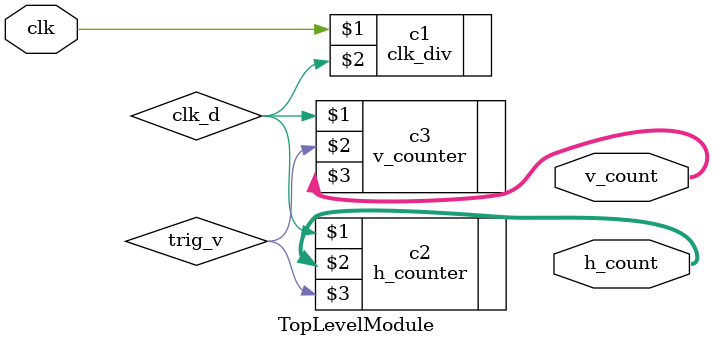
<source format=v>
`timescale 1ns / 1ps


module TopLevelModule(
input clk,
output [9:0] h_count,
output [9:0] v_count
    );
    wire trig_v;
    wire clk_d;
    clk_div c1(clk, clk_d);
    h_counter c2(clk_d,h_count,trig_v);
    v_counter c3(clk_d,trig_v,v_count);
endmodule

</source>
